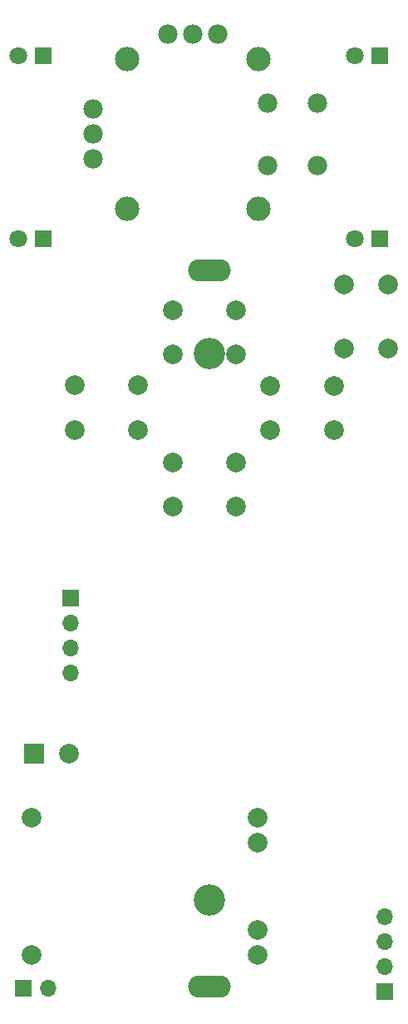
<source format=gbr>
%TF.GenerationSoftware,KiCad,Pcbnew,8.0.5*%
%TF.CreationDate,2026-01-01T16:10:54+02:00*%
%TF.ProjectId,scheme,73636865-6d65-42e6-9b69-6361645f7063,rev?*%
%TF.SameCoordinates,Original*%
%TF.FileFunction,Soldermask,Bot*%
%TF.FilePolarity,Negative*%
%FSLAX46Y46*%
G04 Gerber Fmt 4.6, Leading zero omitted, Abs format (unit mm)*
G04 Created by KiCad (PCBNEW 8.0.5) date 2026-01-01 16:10:54*
%MOMM*%
%LPD*%
G01*
G04 APERTURE LIST*
%ADD10R,1.800000X1.800000*%
%ADD11C,1.800000*%
%ADD12C,2.000000*%
%ADD13C,1.982000*%
%ADD14C,2.490000*%
%ADD15R,1.700000X1.700000*%
%ADD16O,1.700000X1.700000*%
%ADD17C,3.200000*%
%ADD18O,4.344000X2.274000*%
%ADD19R,2.000000X2.000000*%
G04 APERTURE END LIST*
D10*
%TO.C,D2*%
X125400000Y-46800000D03*
D11*
X122860000Y-46800000D03*
%TD*%
D12*
%TO.C,SW3*%
X128550000Y-80350000D03*
X135050000Y-80350000D03*
X128550000Y-84850000D03*
X135050000Y-84850000D03*
%TD*%
D13*
%TO.C,U1*%
X153318700Y-51575000D03*
X153318700Y-57925000D03*
X148238700Y-51575000D03*
X148238700Y-57925000D03*
X130458700Y-52210000D03*
X130458700Y-54750000D03*
X130458700Y-57290000D03*
D14*
X147286200Y-47130000D03*
X133951200Y-47130000D03*
X147286200Y-62370000D03*
X133951200Y-62370000D03*
D13*
X143158700Y-44590000D03*
X140618700Y-44590000D03*
X138078700Y-44590000D03*
%TD*%
D10*
%TO.C,D3*%
X159675000Y-65400000D03*
D11*
X157135000Y-65400000D03*
%TD*%
D15*
%TO.C,J1*%
X123325000Y-141700000D03*
D16*
X125865000Y-141700000D03*
%TD*%
D12*
%TO.C,SW4*%
X138550000Y-88150000D03*
X145050000Y-88150000D03*
X138550000Y-92650000D03*
X145050000Y-92650000D03*
%TD*%
D15*
%TO.C,ICM-conn1*%
X128200000Y-102000000D03*
D16*
X128200000Y-104540000D03*
X128200000Y-107080000D03*
X128200000Y-109620000D03*
%TD*%
D10*
%TO.C,D1*%
X159675000Y-46800000D03*
D11*
X157135000Y-46800000D03*
%TD*%
D10*
%TO.C,D4*%
X125400000Y-65400000D03*
D11*
X122860000Y-65400000D03*
%TD*%
D12*
%TO.C,TP4056-module1*%
X124195000Y-124305000D03*
X124195000Y-138305000D03*
X147195000Y-124305000D03*
X147195000Y-138305000D03*
X147195000Y-126845000D03*
X147195000Y-135765000D03*
%TD*%
%TO.C,SW2*%
X148500000Y-80400000D03*
X155000000Y-80400000D03*
X148500000Y-84900000D03*
X155000000Y-84900000D03*
%TD*%
%TO.C,SW1*%
X138550000Y-72650000D03*
X145050000Y-72650000D03*
X138550000Y-77150000D03*
X145050000Y-77150000D03*
%TD*%
D17*
%TO.C,BT1*%
X142300000Y-77095000D03*
X142300000Y-132710000D03*
D18*
X142300000Y-68600000D03*
X142300000Y-141500000D03*
%TD*%
D15*
%TO.C,prog1*%
X160200000Y-142000000D03*
D16*
X160200000Y-139460000D03*
X160200000Y-136920000D03*
X160200000Y-134380000D03*
%TD*%
D12*
%TO.C,SW5*%
X156050000Y-70050000D03*
X156050000Y-76550000D03*
X160550000Y-70050000D03*
X160550000Y-76550000D03*
%TD*%
D19*
%TO.C,C7*%
X124482300Y-117800000D03*
D12*
X127982300Y-117800000D03*
%TD*%
M02*

</source>
